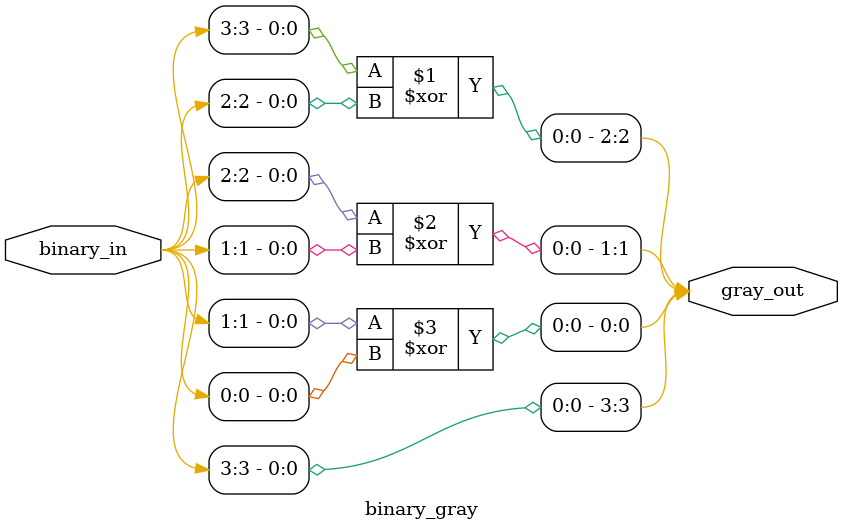
<source format=v>
module binary_gray(binary_in, gray_out);

        input [3:0] binary_in;
        output [3:0]gray_out;
        
        buf B1(gray_out[3], binary_in[3]);
        xor X1(gray_out[2], binary_in[3], binary_in[2]);
        xor X2(gray_out[1], binary_in[2], binary_in[1]);
        xor X3(gray_out[0], binary_in[1], binary_in[0]);
endmodule

</source>
